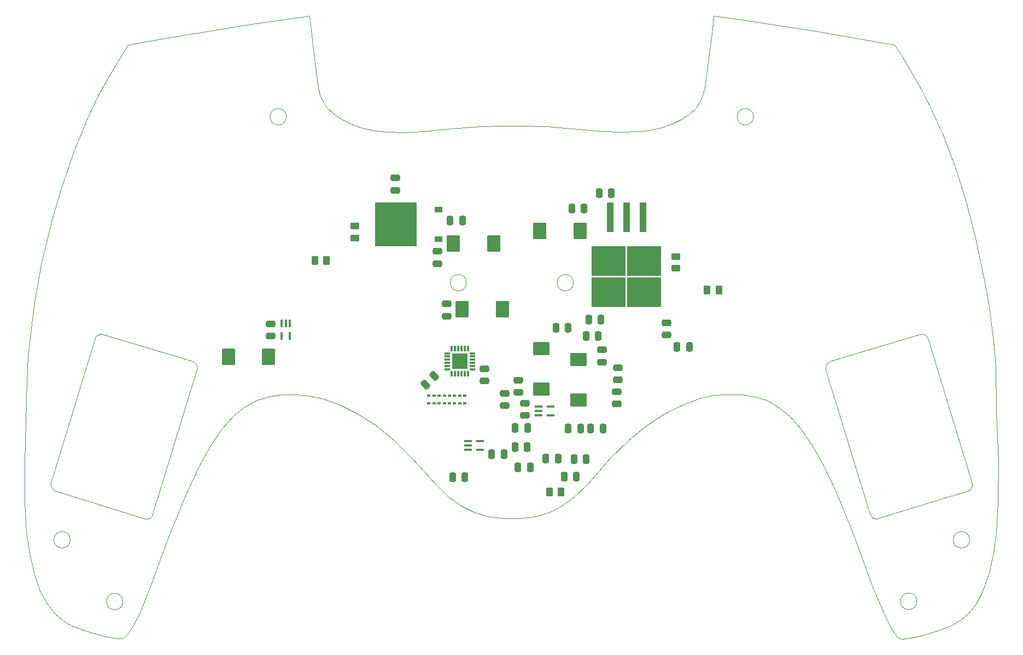
<source format=gbr>
%TF.GenerationSoftware,KiCad,Pcbnew,(6.0.9)*%
%TF.CreationDate,2022-11-22T19:39:32+02:00*%
%TF.ProjectId,PCB,5043422e-6b69-4636-9164-5f7063625858,rev?*%
%TF.SameCoordinates,Original*%
%TF.FileFunction,Paste,Bot*%
%TF.FilePolarity,Positive*%
%FSLAX46Y46*%
G04 Gerber Fmt 4.6, Leading zero omitted, Abs format (unit mm)*
G04 Created by KiCad (PCBNEW (6.0.9)) date 2022-11-22 19:39:32*
%MOMM*%
%LPD*%
G01*
G04 APERTURE LIST*
G04 Aperture macros list*
%AMRoundRect*
0 Rectangle with rounded corners*
0 $1 Rounding radius*
0 $2 $3 $4 $5 $6 $7 $8 $9 X,Y pos of 4 corners*
0 Add a 4 corners polygon primitive as box body*
4,1,4,$2,$3,$4,$5,$6,$7,$8,$9,$2,$3,0*
0 Add four circle primitives for the rounded corners*
1,1,$1+$1,$2,$3*
1,1,$1+$1,$4,$5*
1,1,$1+$1,$6,$7*
1,1,$1+$1,$8,$9*
0 Add four rect primitives between the rounded corners*
20,1,$1+$1,$2,$3,$4,$5,0*
20,1,$1+$1,$4,$5,$6,$7,0*
20,1,$1+$1,$6,$7,$8,$9,0*
20,1,$1+$1,$8,$9,$2,$3,0*%
G04 Aperture macros list end*
%TA.AperFunction,Profile*%
%ADD10C,0.100000*%
%TD*%
%ADD11RoundRect,0.250000X-0.787500X-1.025000X0.787500X-1.025000X0.787500X1.025000X-0.787500X1.025000X0*%
%ADD12RoundRect,0.250000X0.250000X0.475000X-0.250000X0.475000X-0.250000X-0.475000X0.250000X-0.475000X0*%
%ADD13RoundRect,0.250000X0.475000X-0.250000X0.475000X0.250000X-0.475000X0.250000X-0.475000X-0.250000X0*%
%ADD14R,1.200000X0.400000*%
%ADD15RoundRect,0.250000X1.025000X-0.787500X1.025000X0.787500X-1.025000X0.787500X-1.025000X-0.787500X0*%
%ADD16RoundRect,0.250000X-0.159099X0.512652X-0.512652X0.159099X0.159099X-0.512652X0.512652X-0.159099X0*%
%ADD17RoundRect,0.250000X-0.250000X-0.475000X0.250000X-0.475000X0.250000X0.475000X-0.250000X0.475000X0*%
%ADD18RoundRect,0.100000X0.150000X-0.100000X0.150000X0.100000X-0.150000X0.100000X-0.150000X-0.100000X0*%
%ADD19RoundRect,0.250000X-0.262500X-0.450000X0.262500X-0.450000X0.262500X0.450000X-0.262500X0.450000X0*%
%ADD20RoundRect,0.250000X-0.475000X0.250000X-0.475000X-0.250000X0.475000X-0.250000X0.475000X0.250000X0*%
%ADD21R,0.400000X1.200000*%
%ADD22RoundRect,0.250000X-0.450000X0.262500X-0.450000X-0.262500X0.450000X-0.262500X0.450000X0.262500X0*%
%ADD23R,1.219200X0.889000*%
%ADD24R,6.502400X6.731000*%
%ADD25RoundRect,0.250000X0.787500X1.025000X-0.787500X1.025000X-0.787500X-1.025000X0.787500X-1.025000X0*%
%ADD26R,5.250000X4.550000*%
%ADD27R,1.100000X4.600000*%
%ADD28RoundRect,0.250000X0.262500X0.450000X-0.262500X0.450000X-0.262500X-0.450000X0.262500X-0.450000X0*%
%ADD29R,0.850000X0.300000*%
%ADD30R,0.300000X0.850000*%
%ADD31R,2.400000X2.400000*%
G04 APERTURE END LIST*
D10*
X175615600Y-38887400D02*
X187248800Y-40665400D01*
X199390000Y-42799000D01*
X200710800Y-44831000D01*
X203250800Y-49199800D01*
X204622400Y-51892200D01*
X206857600Y-56769000D01*
X208889600Y-62204600D01*
X210515200Y-67437000D01*
X211988400Y-73025000D01*
X213360000Y-79629000D01*
X213969600Y-83235800D01*
X214731600Y-89433400D01*
X214985600Y-92532200D01*
X215138000Y-99491800D01*
X215442800Y-107365800D01*
X215392000Y-113614200D01*
X215138000Y-118237000D01*
X214680800Y-121386600D01*
X213918800Y-124739400D01*
X213004400Y-127330200D01*
X211937600Y-129311400D01*
X210769200Y-130784600D01*
X209600800Y-131800600D01*
X208127600Y-132664200D01*
X206197200Y-133375400D01*
X203047600Y-134289800D01*
X201523600Y-134594600D01*
X200558400Y-134747000D01*
X200304400Y-134696200D01*
X199948800Y-134543800D01*
X199491600Y-134035800D01*
X198780400Y-132969000D01*
X197815200Y-130987800D01*
X195986400Y-126669800D01*
X192989200Y-118541800D01*
X190398400Y-112141000D01*
X188264800Y-107670600D01*
X186639200Y-104825800D01*
X184810400Y-102133400D01*
X183083200Y-100203000D01*
X181559200Y-98983800D01*
X179679600Y-97866200D01*
X177800000Y-97256600D01*
X175666400Y-96901000D01*
X173126400Y-96901000D01*
X171450000Y-97002600D01*
X169113200Y-97510600D01*
X166522400Y-98475800D01*
X163880800Y-99796600D01*
X161036000Y-101625400D01*
X158242000Y-103962200D01*
X155346400Y-106756200D01*
X151790400Y-110769400D01*
X149758400Y-112750600D01*
X147878800Y-114071400D01*
X145897600Y-115087400D01*
X143713200Y-115747800D01*
X141325600Y-116052600D01*
X138734800Y-116052600D01*
X136398000Y-115747800D01*
X134213600Y-115087400D01*
X132181600Y-114122200D01*
X130302000Y-112750600D01*
X128320800Y-110769400D01*
X124714000Y-106807000D01*
X121818400Y-103911400D01*
X119024400Y-101676200D01*
X116230400Y-99847400D01*
X113538000Y-98475800D01*
X110998000Y-97561400D01*
X108610400Y-97053400D01*
X106934000Y-96901000D01*
X104394000Y-96901000D01*
X102311200Y-97256600D01*
X100431600Y-97866200D01*
X98552000Y-98933000D01*
X97028000Y-100203000D01*
X95250000Y-102133400D01*
X93421200Y-104775000D01*
X91795600Y-107619800D01*
X89712800Y-112141000D01*
X87122000Y-118491000D01*
X84124800Y-126568200D01*
X82346800Y-130987800D01*
X81280000Y-132969000D01*
X80568800Y-133985000D01*
X79959200Y-134543800D01*
X79552800Y-134696200D01*
X78536800Y-134594600D01*
X77063600Y-134289800D01*
X73863200Y-133375400D01*
X71882000Y-132664200D01*
X70459600Y-131800600D01*
X69291200Y-130784600D01*
X68122800Y-129260600D01*
X67056000Y-127330200D01*
X66141600Y-124790200D01*
X65379600Y-121437400D01*
X64922400Y-118237000D01*
X64668400Y-113563400D01*
X64668400Y-107365800D01*
X64973200Y-94665800D01*
X65176400Y-91059000D01*
X65633600Y-86537800D01*
X66344800Y-81457800D01*
X67310000Y-76377800D01*
X68884800Y-69824600D01*
X70307200Y-64998600D01*
X72186800Y-59461400D01*
X74269600Y-54330600D01*
X76098400Y-50520600D01*
X78079600Y-46964600D01*
X80670400Y-42799000D01*
X86360000Y-41783000D01*
X99822000Y-39547800D01*
X108762800Y-38328600D01*
X109575600Y-45745400D01*
X110083600Y-49453800D01*
X110337600Y-50469800D01*
X110794800Y-51485800D01*
X111455200Y-52501800D01*
X112369600Y-53416200D01*
X113334800Y-54076600D01*
X114858800Y-54940200D01*
X116941600Y-55651400D01*
X118973600Y-56057800D01*
X120751600Y-56261000D01*
X123342400Y-56311800D01*
X126390400Y-56159400D01*
X130606800Y-55753000D01*
X135280400Y-55397400D01*
X138836400Y-55295800D01*
X141681200Y-55295800D01*
X145491200Y-55448200D01*
X150418800Y-55854600D01*
X154076400Y-56159400D01*
X157073600Y-56261000D01*
X159715200Y-56210200D01*
X161340800Y-56007000D01*
X163271200Y-55600600D01*
X165303200Y-54838600D01*
X166370000Y-54330600D01*
X167538400Y-53517800D01*
X168605200Y-52501800D01*
X169214800Y-51587400D01*
X169621200Y-50571400D01*
X169976800Y-49453800D01*
X170332400Y-46710600D01*
X171145200Y-40360600D01*
X171297600Y-38328600D01*
X175615600Y-38887400D01*
X79886044Y-128933444D02*
G75*
G03*
X79886044Y-128933444I-1273044J0D01*
G01*
X177523644Y-53927244D02*
G75*
G03*
X177523644Y-53927244I-1273044J0D01*
G01*
X133073644Y-79606644D02*
G75*
G03*
X133073644Y-79606644I-1273044J0D01*
G01*
X202822044Y-128908044D02*
G75*
G03*
X202822044Y-128908044I-1273044J0D01*
G01*
X76758800Y-87553800D02*
X90627200Y-91770200D01*
X91033600Y-91973400D01*
X91236800Y-92227400D01*
X91287600Y-92481400D01*
X91338400Y-92684600D01*
X91338400Y-93040200D01*
X84480400Y-115392200D01*
X84429600Y-115544600D01*
X84277200Y-115798600D01*
X84023200Y-116001800D01*
X83667600Y-116103400D01*
X83261200Y-116103400D01*
X69392800Y-111836200D01*
X69138800Y-111683800D01*
X68986400Y-111531400D01*
X68783200Y-111277400D01*
X68681600Y-111023400D01*
X68681600Y-110566200D01*
X75539600Y-88214200D01*
X75590400Y-88011000D01*
X75742800Y-87858600D01*
X76047600Y-87655400D01*
X76403200Y-87503000D01*
X76758800Y-87553800D01*
X149659844Y-79606644D02*
G75*
G03*
X149659844Y-79606644I-1273044J0D01*
G01*
X203962000Y-87604600D02*
X204114400Y-87655400D01*
X204266800Y-87858600D01*
X204368400Y-88011000D01*
X204520800Y-88214200D01*
X211277200Y-110363000D01*
X211328000Y-110566200D01*
X211378800Y-110871000D01*
X211328000Y-111175800D01*
X211226400Y-111429800D01*
X211023200Y-111633000D01*
X210667600Y-111836200D01*
X196850000Y-116052600D01*
X196697600Y-116103400D01*
X196392800Y-116103400D01*
X195884800Y-115900200D01*
X195681600Y-115646200D01*
X195529200Y-115392200D01*
X188722000Y-93091000D01*
X188671200Y-92735400D01*
X188772800Y-92329000D01*
X188874400Y-92176600D01*
X189179200Y-91871800D01*
X189382400Y-91770200D01*
X203250800Y-87553800D01*
X203708000Y-87553800D01*
X203962000Y-87604600D01*
X211000844Y-119383044D02*
G75*
G03*
X211000844Y-119383044I-1273044J0D01*
G01*
X105209844Y-53927244D02*
G75*
G03*
X105209844Y-53927244I-1273044J0D01*
G01*
X71732644Y-119383044D02*
G75*
G03*
X71732644Y-119383044I-1273044J0D01*
G01*
D11*
%TO.C,C26*%
X132396500Y-83693000D03*
X138621500Y-83693000D03*
%TD*%
D12*
%TO.C,C13*%
X155509000Y-65735200D03*
X153609000Y-65735200D03*
%TD*%
D13*
%TO.C,C47*%
X130048000Y-84770000D03*
X130048000Y-82870000D03*
%TD*%
D14*
%TO.C,IC7*%
X144211000Y-100091000D03*
X144211000Y-99441000D03*
X144211000Y-98791000D03*
X146111000Y-98791000D03*
X146111000Y-100091000D03*
%TD*%
D15*
%TO.C,C31*%
X144703800Y-96051100D03*
X144703800Y-89826100D03*
%TD*%
D13*
%TO.C,C39*%
X139014200Y-98613000D03*
X139014200Y-96713000D03*
%TD*%
D16*
%TO.C,C19*%
X128089502Y-94033498D03*
X126746000Y-95377000D03*
%TD*%
D17*
%TO.C,C37*%
X152313600Y-102158800D03*
X154213600Y-102158800D03*
%TD*%
%TO.C,C63*%
X141036000Y-108204000D03*
X142936000Y-108204000D03*
%TD*%
D11*
%TO.C,C9*%
X131075700Y-73533000D03*
X137300700Y-73533000D03*
%TD*%
D12*
%TO.C,C59*%
X147254000Y-106807000D03*
X145354000Y-106807000D03*
%TD*%
D18*
%TO.C,R8*%
X132842000Y-98298000D03*
X132042000Y-98298000D03*
X131242000Y-98298000D03*
X130442000Y-98298000D03*
X129642000Y-98298000D03*
X128842000Y-98298000D03*
X128042000Y-98298000D03*
X127242000Y-98298000D03*
X127242000Y-97098000D03*
X128042000Y-97098000D03*
X128842000Y-97098000D03*
X129642000Y-97098000D03*
X130442000Y-97098000D03*
X131242000Y-97098000D03*
X132042000Y-97098000D03*
X132842000Y-97098000D03*
%TD*%
D12*
%TO.C,C67*%
X142489000Y-105029000D03*
X140589000Y-105029000D03*
%TD*%
D19*
%TO.C,R23*%
X145899500Y-112014000D03*
X147724500Y-112014000D03*
%TD*%
D20*
%TO.C,C56*%
X164084000Y-85791000D03*
X164084000Y-87691000D03*
%TD*%
D17*
%TO.C,C8*%
X130545800Y-69951600D03*
X132445800Y-69951600D03*
%TD*%
%TO.C,C28*%
X148833800Y-102158800D03*
X150733800Y-102158800D03*
%TD*%
D13*
%TO.C,C27*%
X141071600Y-96606400D03*
X141071600Y-94706400D03*
%TD*%
D21*
%TO.C,IC13*%
X104455200Y-85943400D03*
X105105200Y-85943400D03*
X105755200Y-85943400D03*
X105755200Y-87843400D03*
X104455200Y-87843400D03*
%TD*%
D13*
%TO.C,C36*%
X156362400Y-98384400D03*
X156362400Y-96484400D03*
%TD*%
D17*
%TO.C,C53*%
X136972000Y-106172000D03*
X138872000Y-106172000D03*
%TD*%
D12*
%TO.C,C14*%
X151292600Y-68122800D03*
X149392600Y-68122800D03*
%TD*%
D22*
%TO.C,R19*%
X165481000Y-75541500D03*
X165481000Y-77366500D03*
%TD*%
D13*
%TO.C,C65*%
X102793800Y-87868800D03*
X102793800Y-85968800D03*
%TD*%
D23*
%TO.C,IC1*%
X128778000Y-68300600D03*
D24*
X122123200Y-70586600D03*
D23*
X128778000Y-72872600D03*
%TD*%
D25*
%TO.C,C21*%
X102426500Y-91059000D03*
X96201500Y-91059000D03*
%TD*%
D20*
%TO.C,C7*%
X128600200Y-74767400D03*
X128600200Y-76667400D03*
%TD*%
%TO.C,C29*%
X156540200Y-92750600D03*
X156540200Y-94650600D03*
%TD*%
D13*
%TO.C,C69*%
X122021600Y-65313600D03*
X122021600Y-63413600D03*
%TD*%
D17*
%TO.C,C45*%
X149733000Y-106934000D03*
X151633000Y-106934000D03*
%TD*%
D12*
%TO.C,C60*%
X150109000Y-109601000D03*
X148209000Y-109601000D03*
%TD*%
%TO.C,C35*%
X153934200Y-85344000D03*
X152034200Y-85344000D03*
%TD*%
D17*
%TO.C,C34*%
X146954200Y-86588600D03*
X148854200Y-86588600D03*
%TD*%
D14*
%TO.C,IC14*%
X133289000Y-105425000D03*
X133289000Y-104775000D03*
X133289000Y-104125000D03*
X135189000Y-104125000D03*
X135189000Y-105425000D03*
%TD*%
D26*
%TO.C,U3*%
X155067000Y-81076800D03*
X160617000Y-76226800D03*
X155067000Y-76226800D03*
X160617000Y-81076800D03*
D27*
X155302000Y-69501800D03*
X157842000Y-69501800D03*
X160382000Y-69501800D03*
%TD*%
D17*
%TO.C,C30*%
X151602400Y-87833200D03*
X153502400Y-87833200D03*
%TD*%
D12*
%TO.C,C38*%
X142529600Y-102108000D03*
X140629600Y-102108000D03*
%TD*%
D22*
%TO.C,R16*%
X115824000Y-70842500D03*
X115824000Y-72667500D03*
%TD*%
D20*
%TO.C,C20*%
X135890000Y-92903000D03*
X135890000Y-94803000D03*
%TD*%
D13*
%TO.C,C52*%
X142113000Y-100137000D03*
X142113000Y-98237000D03*
%TD*%
D28*
%TO.C,R18*%
X111426000Y-76200000D03*
X109601000Y-76200000D03*
%TD*%
D13*
%TO.C,C33*%
X154051000Y-91882000D03*
X154051000Y-89982000D03*
%TD*%
D12*
%TO.C,C62*%
X132842000Y-109728000D03*
X130942000Y-109728000D03*
%TD*%
D25*
%TO.C,C15*%
X150635700Y-71628000D03*
X144410700Y-71628000D03*
%TD*%
D29*
%TO.C,AC1*%
X133979200Y-90520200D03*
X133979200Y-91020200D03*
X133979200Y-91520200D03*
X133979200Y-92020200D03*
X133979200Y-92520200D03*
X133979200Y-93020200D03*
D30*
X133279200Y-93720200D03*
X132779200Y-93720200D03*
X132279200Y-93720200D03*
X131779200Y-93720200D03*
X131279200Y-93720200D03*
X130779200Y-93720200D03*
D29*
X130079200Y-93020200D03*
X130079200Y-92520200D03*
X130079200Y-92020200D03*
X130079200Y-91520200D03*
X130079200Y-91020200D03*
X130079200Y-90520200D03*
D30*
X130779200Y-89820200D03*
X131279200Y-89820200D03*
X131779200Y-89820200D03*
X132279200Y-89820200D03*
X132779200Y-89820200D03*
X133279200Y-89820200D03*
D31*
X132029200Y-91770200D03*
%TD*%
D12*
%TO.C,C57*%
X167574000Y-89535000D03*
X165674000Y-89535000D03*
%TD*%
D15*
%TO.C,C43*%
X150444200Y-97727500D03*
X150444200Y-91502500D03*
%TD*%
D28*
%TO.C,R32*%
X172159300Y-80721200D03*
X170334300Y-80721200D03*
%TD*%
M02*

</source>
